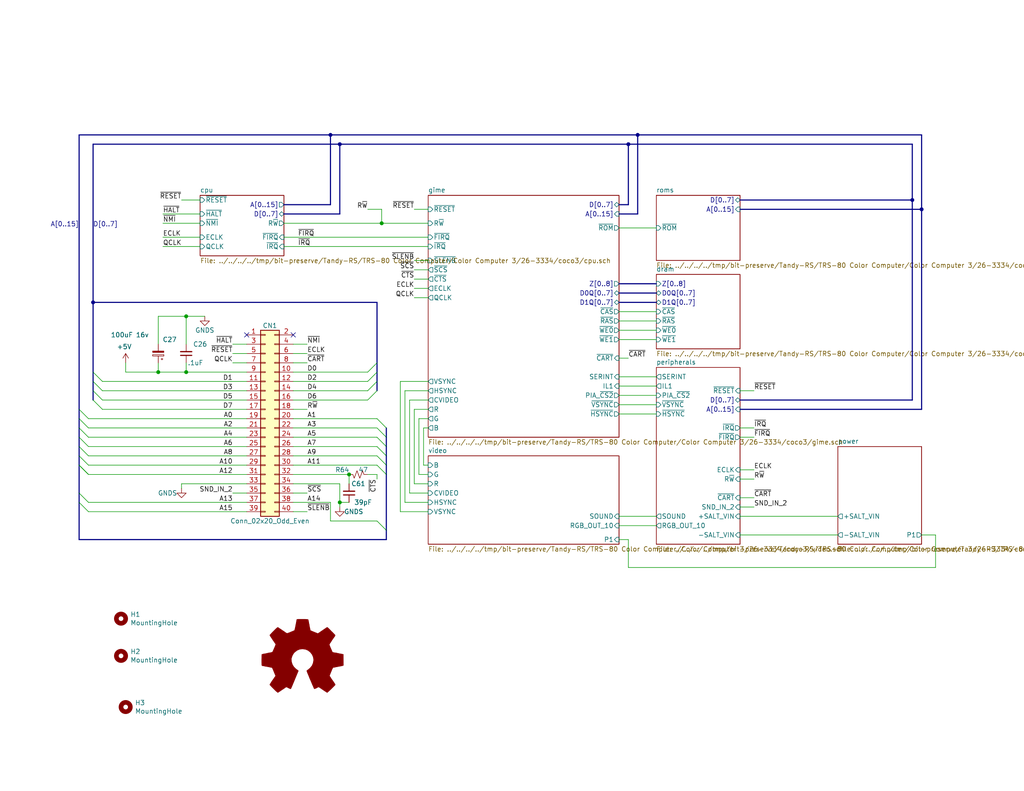
<source format=kicad_sch>
(kicad_sch (version 20230121) (generator eeschema)
  (paper "A")
  (title_block (title "TRS-80 Color Computer 3 (26-3334)") (date "2021-07-06") (rev "1.0.1") (company "Tandy Corporation") (comment 2 "& Color Computer 3 Revised Schematic (Ty Sopko).pdf") (comment 3 "Based on  Color Computer 3 Service Manual (Tandy).pdf") (comment 4 "Kicad schematic capture by Rocky Hill"))
  (lib_symbols
    (symbol "Connector_Generic:Conn_02x20_Odd_Even" (pin_names (offset 1.016) hide)
      (property "Reference" "J" (at 1.27 25.4 0))
      (property "Value" "Conn_02x20_Odd_Even" (at 1.27 -27.94 0))
      (symbol "Conn_02x20_Odd_Even_1_1"
        (rectangle (start -1.27 -25.273) (end 0 -25.527) (stroke (width 0.1524)))
        (rectangle (start -1.27 -22.733) (end 0 -22.987) (stroke (width 0.1524)))
        (rectangle (start -1.27 -20.193) (end 0 -20.447) (stroke (width 0.1524)))
        (rectangle (start -1.27 -17.653) (end 0 -17.907) (stroke (width 0.1524)))
        (rectangle (start -1.27 -15.113) (end 0 -15.367) (stroke (width 0.1524)))
        (rectangle (start -1.27 -12.573) (end 0 -12.827) (stroke (width 0.1524)))
        (rectangle (start -1.27 -10.033) (end 0 -10.287) (stroke (width 0.1524)))
        (rectangle (start -1.27 -7.493) (end 0 -7.747) (stroke (width 0.1524)))
        (rectangle (start -1.27 -4.953) (end 0 -5.207) (stroke (width 0.1524)))
        (rectangle (start -1.27 -2.413) (end 0 -2.667) (stroke (width 0.1524)))
        (rectangle (start -1.27 0.127) (end 0 -0.127) (stroke (width 0.1524)))
        (rectangle (start -1.27 2.667) (end 0 2.413) (stroke (width 0.1524)))
        (rectangle (start -1.27 5.207) (end 0 4.953) (stroke (width 0.1524)))
        (rectangle (start -1.27 7.747) (end 0 7.493) (stroke (width 0.1524)))
        (rectangle (start -1.27 10.287) (end 0 10.033) (stroke (width 0.1524)))
        (rectangle (start -1.27 12.827) (end 0 12.573) (stroke (width 0.1524)))
        (rectangle (start -1.27 15.367) (end 0 15.113) (stroke (width 0.1524)))
        (rectangle (start -1.27 17.907) (end 0 17.653) (stroke (width 0.1524)))
        (rectangle (start -1.27 20.447) (end 0 20.193) (stroke (width 0.1524)))
        (rectangle (start -1.27 22.987) (end 0 22.733) (stroke (width 0.1524)))
        (rectangle (start -1.27 24.13) (end 3.81 -26.67) (stroke (width 0.254)) (fill (type background)))
        (rectangle (start 3.81 -25.273) (end 2.54 -25.527) (stroke (width 0.1524)))
        (rectangle (start 3.81 -22.733) (end 2.54 -22.987) (stroke (width 0.1524)))
        (rectangle (start 3.81 -20.193) (end 2.54 -20.447) (stroke (width 0.1524)))
        (rectangle (start 3.81 -17.653) (end 2.54 -17.907) (stroke (width 0.1524)))
        (rectangle (start 3.81 -15.113) (end 2.54 -15.367) (stroke (width 0.1524)))
        (rectangle (start 3.81 -12.573) (end 2.54 -12.827) (stroke (width 0.1524)))
        (rectangle (start 3.81 -10.033) (end 2.54 -10.287) (stroke (width 0.1524)))
        (rectangle (start 3.81 -7.493) (end 2.54 -7.747) (stroke (width 0.1524)))
        (rectangle (start 3.81 -4.953) (end 2.54 -5.207) (stroke (width 0.1524)))
        (rectangle (start 3.81 -2.413) (end 2.54 -2.667) (stroke (width 0.1524)))
        (rectangle (start 3.81 0.127) (end 2.54 -0.127) (stroke (width 0.1524)))
        (rectangle (start 3.81 2.667) (end 2.54 2.413) (stroke (width 0.1524)))
        (rectangle (start 3.81 5.207) (end 2.54 4.953) (stroke (width 0.1524)))
        (rectangle (start 3.81 7.747) (end 2.54 7.493) (stroke (width 0.1524)))
        (rectangle (start 3.81 10.287) (end 2.54 10.033) (stroke (width 0.1524)))
        (rectangle (start 3.81 12.827) (end 2.54 12.573) (stroke (width 0.1524)))
        (rectangle (start 3.81 15.367) (end 2.54 15.113) (stroke (width 0.1524)))
        (rectangle (start 3.81 17.907) (end 2.54 17.653) (stroke (width 0.1524)))
        (rectangle (start 3.81 20.447) (end 2.54 20.193) (stroke (width 0.1524)))
        (rectangle (start 3.81 22.987) (end 2.54 22.733) (stroke (width 0.1524)))
        (pin passive line (at -5.08 22.86 0) (length 3.81) (name "Pin_1") (number "1"))
        (pin passive line (at 7.62 12.7 180) (length 3.81) (name "Pin_10") (number "10"))
        (pin passive line (at -5.08 10.16 0) (length 3.81) (name "Pin_11") (number "11"))
        (pin passive line (at 7.62 10.16 180) (length 3.81) (name "Pin_12") (number "12"))
        (pin passive line (at -5.08 7.62 0) (length 3.81) (name "Pin_13") (number "13"))
        (pin passive line (at 7.62 7.62 180) (length 3.81) (name "Pin_14") (number "14"))
        (pin passive line (at -5.08 5.08 0) (length 3.81) (name "Pin_15") (number "15"))
        (pin passive line (at 7.62 5.08 180) (length 3.81) (name "Pin_16") (number "16"))
        (pin passive line (at -5.08 2.54 0) (length 3.81) (name "Pin_17") (number "17"))
        (pin passive line (at 7.62 2.54 180) (length 3.81) (name "Pin_18") (number "18"))
        (pin passive line (at -5.08 0 0) (length 3.81) (name "Pin_19") (number "19"))
        (pin passive line (at 7.62 22.86 180) (length 3.81) (name "Pin_2") (number "2"))
        (pin passive line (at 7.62 0 180) (length 3.81) (name "Pin_20") (number "20"))
        (pin passive line (at -5.08 -2.54 0) (length 3.81) (name "Pin_21") (number "21"))
        (pin passive line (at 7.62 -2.54 180) (length 3.81) (name "Pin_22") (number "22"))
        (pin passive line (at -5.08 -5.08 0) (length 3.81) (name "Pin_23") (number "23"))
        (pin passive line (at 7.62 -5.08 180) (length 3.81) (name "Pin_24") (number "24"))
        (pin passive line (at -5.08 -7.62 0) (length 3.81) (name "Pin_25") (number "25"))
        (pin passive line (at 7.62 -7.62 180) (length 3.81) (name "Pin_26") (number "26"))
        (pin passive line (at -5.08 -10.16 0) (length 3.81) (name "Pin_27") (number "27"))
        (pin passive line (at 7.62 -10.16 180) (length 3.81) (name "Pin_28") (number "28"))
        (pin passive line (at -5.08 -12.7 0) (length 3.81) (name "Pin_29") (number "29"))
        (pin passive line (at -5.08 20.32 0) (length 3.81) (name "Pin_3") (number "3"))
        (pin passive line (at 7.62 -12.7 180) (length 3.81) (name "Pin_30") (number "30"))
        (pin passive line (at -5.08 -15.24 0) (length 3.81) (name "Pin_31") (number "31"))
        (pin passive line (at 7.62 -15.24 180) (length 3.81) (name "Pin_32") (number "32"))
        (pin passive line (at -5.08 -17.78 0) (length 3.81) (name "Pin_33") (number "33"))
        (pin passive line (at 7.62 -17.78 180) (length 3.81) (name "Pin_34") (number "34"))
        (pin passive line (at -5.08 -20.32 0) (length 3.81) (name "Pin_35") (number "35"))
        (pin passive line (at 7.62 -20.32 180) (length 3.81) (name "Pin_36") (number "36"))
        (pin passive line (at -5.08 -22.86 0) (length 3.81) (name "Pin_37") (number "37"))
        (pin passive line (at 7.62 -22.86 180) (length 3.81) (name "Pin_38") (number "38"))
        (pin passive line (at -5.08 -25.4 0) (length 3.81) (name "Pin_39") (number "39"))
        (pin passive line (at 7.62 20.32 180) (length 3.81) (name "Pin_4") (number "4"))
        (pin passive line (at 7.62 -25.4 180) (length 3.81) (name "Pin_40") (number "40"))
        (pin passive line (at -5.08 17.78 0) (length 3.81) (name "Pin_5") (number "5"))
        (pin passive line (at 7.62 17.78 180) (length 3.81) (name "Pin_6") (number "6"))
        (pin passive line (at -5.08 15.24 0) (length 3.81) (name "Pin_7") (number "7"))
        (pin passive line (at 7.62 15.24 180) (length 3.81) (name "Pin_8") (number "8"))
        (pin passive line (at -5.08 12.7 0) (length 3.81) (name "Pin_9") (number "9"))
      )
    )
    (symbol "Device:C_Small" (pin_numbers hide) (pin_names (offset 0.254) hide)
      (property "Reference" "C" (at 0.254 1.778 0))
      (property "Value" "C_Small" (at 0.254 -2.032 0))
      (symbol "C_Small_0_1"
        (polyline (pts (xy -1.524 -0.508) (xy 1.524 -0.508)) (stroke (width 0.3302)))
        (polyline (pts (xy -1.524 0.508) (xy 1.524 0.508)) (stroke (width 0.3048)))
      )
      (symbol "C_Small_1_1"
        (pin passive line (at 0 2.54 270) (length 2.032) (name "~") (number "1"))
        (pin passive line (at 0 -2.54 90) (length 2.032) (name "~") (number "2"))
      )
    )
    (symbol "Device:R_Small_US" (pin_numbers hide) (pin_names (offset 0.254) hide)
      (property "Reference" "R" (at 0.762 0.508 0))
      (property "Value" "R_Small_US" (at 0.762 -1.016 0))
      (symbol "R_Small_US_1_1"
        (polyline (pts (xy 0 0) (xy 1.016 -0.381) (xy 0 -0.762) (xy -1.016 -1.143) (xy 0 -1.524)))
        (polyline (pts (xy 0 1.524) (xy 1.016 1.143) (xy 0 0.762) (xy -1.016 0.381) (xy 0 0)))
        (pin passive line (at 0 2.54 270) (length 1.016) (name "~") (number "1"))
        (pin passive line (at 0 -2.54 90) (length 1.016) (name "~") (number "2"))
      )
    )
    (symbol "Graphic:Logo_Open_Hardware_Large" (in_bom no) (on_board no)
      (symbol "Logo_Open_Hardware_Large_1_1"
        (polyline (pts (xy 6.731 -8.7122) (xy 6.6294 -8.6614) (xy 6.35 -8.4836) (xy 5.9944 -8.255) (xy 5.5372 -7.9502) (xy 5.1054 -7.6454) (xy 4.7498 -7.4168) (xy 4.4958 -7.239) (xy 4.3942 -7.1882) (xy 4.318 -7.2136) (xy 4.1148 -7.3152) (xy 3.81 -7.4676) (xy 3.6322 -7.5692) (xy 3.3528 -7.6708) (xy 3.2258 -7.6962) (xy 3.2004 -7.6708) (xy 3.0988 -7.4676) (xy 2.9464 -7.0866) (xy 2.7178 -6.604) (xy 2.4892 -6.0452) (xy 2.2352 -5.4356) (xy 1.9558 -4.826) (xy 1.7272 -4.2164) (xy 1.4986 -3.683) (xy 1.3208 -3.2512) (xy 1.2192 -2.9464) (xy 1.1684 -2.8194) (xy 1.1938 -2.794) (xy 1.3208 -2.667) (xy 1.5748 -2.4892) (xy 2.0828 -2.0574) (xy 2.6162 -1.397) (xy 2.921 -0.6604) (xy 3.048 0.1524) (xy 2.9464 0.9144) (xy 2.6416 1.6256) (xy 2.1336 2.286) (xy 1.524 2.7686) (xy 0.8128 3.0734) (xy 0 3.175) (xy -0.762 3.0988) (xy -1.4986 2.794) (xy -2.159 2.286) (xy -2.4384 1.9812) (xy -2.8194 1.3208) (xy -3.048 0.6096) (xy -3.0734 0.4318) (xy -3.0226 -0.3556) (xy -2.794 -1.0922) (xy -2.3876 -1.7526) (xy -1.8288 -2.3114) (xy -1.7526 -2.3622) (xy -1.4732 -2.5654) (xy -1.2954 -2.6924) (xy -1.1684 -2.8194) (xy -2.159 -5.207) (xy -2.3114 -5.588) (xy -2.5908 -6.2484) (xy -2.8194 -6.8072) (xy -3.0226 -7.2644) (xy -3.1496 -7.5692) (xy -3.2258 -7.6708) (xy -3.2258 -7.6962) (xy -3.302 -7.6962) (xy -3.4798 -7.6454) (xy -3.8354 -7.4676) (xy -4.0386 -7.366) (xy -4.2926 -7.239) (xy -4.4196 -7.1882) (xy -4.5212 -7.239) (xy -4.7498 -7.3914) (xy -5.1054 -7.6454) (xy -5.5372 -7.9248) (xy -5.9436 -8.2042) (xy -6.3246 -8.4582) (xy -6.604 -8.636) (xy -6.731 -8.7122) (xy -6.7564 -8.7122) (xy -6.858 -8.636) (xy -7.0866 -8.4582) (xy -7.4168 -8.1534) (xy -7.874 -7.6962) (xy -7.9502 -7.62) (xy -8.3312 -7.239) (xy -8.636 -6.9088) (xy -8.8392 -6.6802) (xy -8.9154 -6.5786) (xy -8.9154 -6.5786) (xy -8.8392 -6.4516) (xy -8.6614 -6.1722) (xy -8.4328 -5.7912) (xy -8.128 -5.3594) (xy -7.3152 -4.191) (xy -7.7724 -3.0988) (xy -7.8994 -2.7686) (xy -8.0772 -2.3622) (xy -8.2042 -2.0828) (xy -8.255 -1.9558) (xy -8.382 -1.905) (xy -8.6614 -1.8542) (xy -9.0932 -1.7526) (xy -9.6266 -1.651) (xy -10.1092 -1.5748) (xy -10.541 -1.4732) (xy -10.8712 -1.4224) (xy -11.0236 -1.397) (xy -11.049 -1.3716) (xy -11.0744 -1.2954) (xy -11.0998 -1.143) (xy -11.0998 -0.889) (xy -11.1252 -0.4572) (xy -11.1252 0.1524) (xy -11.1252 0.2286) (xy -11.0998 0.8128) (xy -11.0998 1.27) (xy -11.0744 1.5494) (xy -11.0744 1.6764) (xy -11.0744 1.6764) (xy -10.922 1.7018) (xy -10.6172 1.778) (xy -10.16 1.8542) (xy -9.652 1.9558) (xy -9.6012 1.9812) (xy -9.0932 2.0828) (xy -8.636 2.159) (xy -8.3312 2.2352) (xy -8.2042 2.286) (xy -8.1788 2.3114) (xy -8.0772 2.5146) (xy -7.9248 2.8448) (xy -7.747 3.2512) (xy -7.5692 3.6576) (xy -7.4168 4.0386) (xy -7.3152 4.318) (xy -7.2898 4.445) (xy -7.2898 4.445) (xy -7.366 4.572) (xy -7.5438 4.826) (xy -7.7978 5.207) (xy -8.128 5.6642) (xy -8.128 5.6896) (xy -8.4328 6.1468) (xy -8.6868 6.5278) (xy -8.8392 6.7818) (xy -8.9154 6.9088) (xy -8.9154 6.9088) (xy -8.8138 7.0358) (xy -8.5852 7.2898) (xy -8.255 7.6454) (xy -7.874 8.0264) (xy -7.747 8.1534) (xy -7.3152 8.5852) (xy -7.0104 8.8646) (xy -6.8326 8.9916) (xy -6.731 9.0424) (xy -6.731 9.0424) (xy -6.604 8.9408) (xy -6.3246 8.763) (xy -5.9436 8.509) (xy -5.4864 8.2042) (xy -5.461 8.1788) (xy -5.0038 7.874) (xy -4.6482 7.62) (xy -4.3688 7.4422) (xy -4.2672 7.3914) (xy -4.2418 7.3914) (xy -4.064 7.4422) (xy -3.7338 7.5438) (xy -3.3528 7.6962) (xy -2.9464 7.874) (xy -2.5654 8.0264) (xy -2.286 8.1534) (xy -2.159 8.2296) (xy -2.159 8.2296) (xy -2.1082 8.382) (xy -2.032 8.7122) (xy -1.9304 9.1694) (xy -1.8288 9.7282) (xy -1.8034 9.8044) (xy -1.7018 10.3378) (xy -1.6256 10.7696) (xy -1.5748 11.0744) (xy -1.524 11.2014) (xy -1.4478 11.2268) (xy -1.1938 11.2522) (xy -0.8128 11.2522) (xy -0.3302 11.2522) (xy 0.1524 11.2522) (xy 0.6604 11.2522) (xy 1.0668 11.2268) (xy 1.3716 11.2014) (xy 1.4986 11.176) (xy 1.4986 11.176) (xy 1.5494 11.0236) (xy 1.6256 10.6934) (xy 1.7018 10.2108) (xy 1.8288 9.6774) (xy 1.8288 9.5758) (xy 1.9304 9.0424) (xy 2.032 8.6106) (xy 2.0828 8.3058) (xy 2.1336 8.2042) (xy 2.159 8.1788) (xy 2.3876 8.0772) (xy 2.7432 7.9248) (xy 3.175 7.747) (xy 4.191 7.3406) (xy 5.461 8.2042) (xy 5.5626 8.2804) (xy 6.0198 8.5852) (xy 6.3754 8.8392) (xy 6.6294 8.9916) (xy 6.7564 9.0424) (xy 6.7564 9.0424) (xy 6.8834 8.9408) (xy 7.1374 8.7122) (xy 7.4676 8.382) (xy 7.8486 7.9756) (xy 8.1534 7.6962) (xy 8.4836 7.3406) (xy 8.7122 7.112) (xy 8.8392 6.9596) (xy 8.8646 6.858) (xy 8.8646 6.8072) (xy 8.7884 6.6802) (xy 8.6106 6.4008) (xy 8.3312 6.0198) (xy 8.0264 5.588) (xy 7.7978 5.207) (xy 7.5184 4.8006) (xy 7.3406 4.4958) (xy 7.2898 4.3434) (xy 7.2898 4.2926) (xy 7.3914 4.0386) (xy 7.5184 3.683) (xy 7.7216 3.2258) (xy 8.1534 2.2352) (xy 8.7884 2.1082) (xy 9.1948 2.0574) (xy 9.7536 1.9304) (xy 10.2616 1.8288) (xy 11.0998 1.6764) (xy 11.1252 -1.3208) (xy 10.9982 -1.3716) (xy 10.8712 -1.397) (xy 10.5664 -1.4732) (xy 10.1346 -1.5494) (xy 9.6266 -1.651) (xy 9.1948 -1.7272) (xy 8.7376 -1.8288) (xy 8.4328 -1.8796) (xy 8.2804 -1.905) (xy 8.255 -1.9558) (xy 8.1534 -2.159) (xy 7.9756 -2.5146) (xy 7.8232 -2.921) (xy 7.6454 -3.3274) (xy 7.493 -3.7338) (xy 7.366 -4.0132) (xy 7.3406 -4.191) (xy 7.3914 -4.2926) (xy 7.5692 -4.5466) (xy 7.7978 -4.9276) (xy 8.1026 -5.3594) (xy 8.4074 -5.7912) (xy 8.6614 -6.1722) (xy 8.8138 -6.4262) (xy 8.89 -6.5532) (xy 8.8646 -6.6548) (xy 8.6868 -6.858) (xy 8.3566 -7.1882) (xy 7.874 -7.6708) (xy 7.7978 -7.747) (xy 7.3914 -8.128) (xy 7.0612 -8.4328) (xy 6.8326 -8.636) (xy 6.731 -8.7122)) (fill (type outline)))
      )
    )
    (symbol "Mechanical:MountingHole" (pin_names (offset 1.016))
      (property "Reference" "H" (at 0 5.08 0))
      (property "Value" "MountingHole" (at 0 3.175 0))
      (symbol "MountingHole_0_1"
        (circle (center 0 0) (radius 1.27) (stroke (width 1.27)))
      )
    )
    (symbol "coco3-rescue:CP_Small-Device" (pin_numbers hide) (pin_names (offset 0.254) hide)
      (property "Reference" "C" (at 0.254 1.778 0))
      (property "Value" "Device_CP_Small" (at 0.254 -2.032 0))
      (symbol "CP_Small-Device_0_1"
        (rectangle (start -1.524 -0.3048) (end 1.524 -0.6858) (fill (type outline)))
        (rectangle (start -1.524 0.6858) (end 1.524 0.3048))
        (polyline (pts (xy -1.27 1.524) (xy -0.762 1.524)))
        (polyline (pts (xy -1.016 1.27) (xy -1.016 1.778)))
      )
      (symbol "CP_Small-Device_1_1"
        (pin passive line (at 0 2.54 270) (length 1.8542) (name "~") (number "1"))
        (pin passive line (at 0 -2.54 90) (length 1.8542) (name "~") (number "2"))
      )
    )
    (symbol "power:+5V" (power) (pin_names (offset 0))
      (property "Value" "+5V" (at 0 3.556 0))
      (symbol "+5V_0_1"
        (polyline (pts (xy -0.762 1.27) (xy 0 2.54)))
        (polyline (pts (xy 0 0) (xy 0 2.54)))
        (polyline (pts (xy 0 2.54) (xy 0.762 1.27)))
      )
      (symbol "+5V_1_1"
        (pin power_in line (at 0 0 90) (length 0) hide (name "+5V") (number "1"))
      )
    )
    (symbol "power:GNDS" (power) (pin_names (offset 0))
      (property "Value" "GNDS" (at 0 -3.81 0))
      (symbol "GNDS_0_1"
        (polyline (pts (xy 0 0) (xy 0 -1.27) (xy 1.27 -1.27) (xy 0 -2.54) (xy -1.27 -1.27) (xy 0 -1.27)))
      )
      (symbol "GNDS_1_1"
        (pin power_in line (at 0 0 270) (length 0) hide (name "GNDS") (number "1"))
      )
    )
  )
  (junction (at 251.46 57.15))
  (junction (at 95.25 129.54))
  (junction (at 104.14 60.96))
  (junction (at 171.45 39.37))
  (junction (at 248.92 54.61))
  (junction (at 50.8 101.6))
  (junction (at 43.18 101.6))
  (junction (at 92.71 39.37))
  (junction (at 92.71 137.16))
  (junction (at 50.8 86.36))
  (junction (at 25.4 82.55))
  (junction (at 173.99 36.83))
  (junction (at 90.17 36.83))
  (no_connect (at 80.01 91.44))
  (no_connect (at 67.31 91.44))
  (bus_entry (at 21.59 127) (size 2.54 2.54))
  (bus_entry (at 100.33 106.68) (size 2.54 -2.54))
  (bus_entry (at 102.87 114.3) (size 2.54 2.54))
  (bus_entry (at 21.59 127) (size 2.54 2.54))
  (bus_entry (at 100.33 109.22) (size 2.54 -2.54))
  (bus_entry (at 100.33 101.6) (size 2.54 -2.54))
  (bus_entry (at 21.59 114.3) (size 2.54 2.54))
  (bus_entry (at 102.87 127) (size 2.54 2.54))
  (bus_entry (at 102.87 119.38) (size 2.54 2.54))
  (bus_entry (at 102.87 116.84) (size 2.54 2.54))
  (bus_entry (at 27.94 111.76) (size -2.54 -2.54))
  (bus_entry (at 27.94 109.22) (size -2.54 -2.54))
  (bus_entry (at 21.59 134.62) (size 2.54 2.54))
  (bus_entry (at 21.59 121.92) (size 2.54 2.54))
  (bus_entry (at 100.33 104.14) (size 2.54 -2.54))
  (bus_entry (at 102.87 142.24) (size 2.54 2.54))
  (bus_entry (at 21.59 111.76) (size 2.54 2.54))
  (bus_entry (at 27.94 106.68) (size -2.54 -2.54))
  (bus_entry (at 27.94 104.14) (size -2.54 -2.54))
  (bus_entry (at 21.59 137.16) (size 2.54 2.54))
  (bus_entry (at 21.59 116.84) (size 2.54 2.54))
  (bus_entry (at 21.59 124.46) (size 2.54 2.54))
  (bus_entry (at 21.59 119.38) (size 2.54 2.54))
  (bus_entry (at 102.87 121.92) (size 2.54 2.54))
  (bus_entry (at 102.87 124.46) (size 2.54 2.54))
  (wire (pts (xy 80.01 109.22) (xy 100.33 109.22)))
  (wire (pts (xy 171.45 147.32) (xy 168.91 147.32)))
  (wire (pts (xy 92.71 137.16) (xy 92.71 138.43)))
  (wire (pts (xy 255.27 146.05) (xy 255.27 154.94)))
  (bus (pts (xy 102.87 82.55) (xy 102.87 99.06)))
  (wire (pts (xy 44.45 60.96) (xy 54.61 60.96)))
  (wire (pts (xy 80.01 101.6) (xy 100.33 101.6)))
  (wire (pts (xy 179.07 140.97) (xy 168.91 140.97)))
  (wire (pts (xy 179.07 107.95) (xy 168.91 107.95)))
  (bus (pts (xy 102.87 104.14) (xy 102.87 106.68)))
  (wire (pts (xy 179.07 87.63) (xy 168.91 87.63)))
  (wire (pts (xy 80.01 132.08) (xy 92.71 132.08)))
  (bus (pts (xy 173.99 58.42) (xy 173.99 36.83)))
  (bus (pts (xy 105.41 116.84) (xy 105.41 119.38)))
  (bus (pts (xy 21.59 36.83) (xy 90.17 36.83)))
  (wire (pts (xy 251.46 146.05) (xy 255.27 146.05)))
  (wire (pts (xy 49.53 132.08) (xy 67.31 132.08)))
  (wire (pts (xy 44.45 67.31) (xy 54.61 67.31)))
  (wire (pts (xy 102.87 129.54) (xy 102.87 130.81)))
  (wire (pts (xy 80.01 129.54) (xy 95.25 129.54)))
  (bus (pts (xy 25.4 82.55) (xy 25.4 101.6)))
  (wire (pts (xy 34.29 101.6) (xy 43.18 101.6)))
  (wire (pts (xy 113.03 76.2) (xy 116.84 76.2)))
  (wire (pts (xy 179.07 113.03) (xy 168.91 113.03)))
  (wire (pts (xy 24.13 129.54) (xy 67.31 129.54)))
  (wire (pts (xy 27.94 111.76) (xy 67.31 111.76)))
  (wire (pts (xy 205.74 138.43) (xy 201.93 138.43)))
  (wire (pts (xy 24.13 114.3) (xy 67.31 114.3)))
  (wire (pts (xy 83.82 111.76) (xy 80.01 111.76)))
  (wire (pts (xy 113.03 111.76) (xy 113.03 132.08)))
  (wire (pts (xy 77.47 64.77) (xy 116.84 64.77)))
  (bus (pts (xy 21.59 116.84) (xy 21.59 119.38)))
  (wire (pts (xy 116.84 81.28) (xy 113.03 81.28)))
  (wire (pts (xy 168.91 62.23) (xy 179.07 62.23)))
  (wire (pts (xy 205.74 135.89) (xy 201.93 135.89)))
  (wire (pts (xy 54.61 58.42) (xy 44.45 58.42)))
  (wire (pts (xy 67.31 99.06) (xy 63.5 99.06)))
  (bus (pts (xy 90.17 36.83) (xy 173.99 36.83)))
  (wire (pts (xy 50.8 86.36) (xy 50.8 93.98)))
  (bus (pts (xy 77.47 55.88) (xy 90.17 55.88)))
  (wire (pts (xy 116.84 71.12) (xy 113.03 71.12)))
  (bus (pts (xy 168.91 77.47) (xy 179.07 77.47)))
  (wire (pts (xy 116.84 116.84) (xy 115.57 116.84)))
  (wire (pts (xy 80.01 134.62) (xy 83.82 134.62)))
  (wire (pts (xy 201.93 106.68) (xy 205.74 106.68)))
  (wire (pts (xy 67.31 127) (xy 24.13 127)))
  (bus (pts (xy 251.46 57.15) (xy 251.46 111.76)))
  (wire (pts (xy 111.76 134.62) (xy 116.84 134.62)))
  (bus (pts (xy 21.59 137.16) (xy 21.59 147.32)))
  (bus (pts (xy 21.59 134.62) (xy 21.59 137.16)))
  (wire (pts (xy 168.91 110.49) (xy 179.07 110.49)))
  (wire (pts (xy 201.93 140.97) (xy 228.6 140.97)))
  (wire (pts (xy 77.47 67.31) (xy 116.84 67.31)))
  (wire (pts (xy 171.45 97.79) (xy 168.91 97.79)))
  (wire (pts (xy 115.57 127) (xy 116.84 127)))
  (bus (pts (xy 168.91 58.42) (xy 173.99 58.42)))
  (wire (pts (xy 67.31 121.92) (xy 24.13 121.92)))
  (wire (pts (xy 116.84 109.22) (xy 111.76 109.22)))
  (bus (pts (xy 201.93 54.61) (xy 248.92 54.61)))
  (wire (pts (xy 77.47 60.96) (xy 104.14 60.96)))
  (wire (pts (xy 102.87 124.46) (xy 80.01 124.46)))
  (wire (pts (xy 54.61 64.77) (xy 44.45 64.77)))
  (wire (pts (xy 67.31 93.98) (xy 63.5 93.98)))
  (wire (pts (xy 27.94 104.14) (xy 67.31 104.14)))
  (wire (pts (xy 34.29 101.6) (xy 34.29 99.06)))
  (bus (pts (xy 21.59 124.46) (xy 21.59 127)))
  (wire (pts (xy 104.14 60.96) (xy 116.84 60.96)))
  (wire (pts (xy 111.76 109.22) (xy 111.76 134.62)))
  (bus (pts (xy 21.59 36.83) (xy 21.59 111.76)))
  (wire (pts (xy 110.49 106.68) (xy 110.49 137.16)))
  (wire (pts (xy 80.01 139.7) (xy 83.82 139.7)))
  (wire (pts (xy 80.01 99.06) (xy 83.82 99.06)))
  (wire (pts (xy 179.07 92.71) (xy 168.91 92.71)))
  (bus (pts (xy 92.71 39.37) (xy 171.45 39.37)))
  (bus (pts (xy 171.45 39.37) (xy 248.92 39.37)))
  (wire (pts (xy 27.94 109.22) (xy 67.31 109.22)))
  (bus (pts (xy 21.59 114.3) (xy 21.59 116.84)))
  (wire (pts (xy 115.57 116.84) (xy 115.57 127)))
  (wire (pts (xy 116.84 57.15) (xy 113.03 57.15)))
  (wire (pts (xy 201.93 128.27) (xy 205.74 128.27)))
  (wire (pts (xy 43.18 101.6) (xy 50.8 101.6)))
  (bus (pts (xy 21.59 111.76) (xy 21.59 114.3)))
  (wire (pts (xy 116.84 73.66) (xy 113.03 73.66)))
  (bus (pts (xy 168.91 55.88) (xy 171.45 55.88)))
  (bus (pts (xy 105.41 121.92) (xy 105.41 124.46)))
  (bus (pts (xy 25.4 101.6) (xy 25.4 104.14)))
  (wire (pts (xy 80.01 96.52) (xy 83.82 96.52)))
  (bus (pts (xy 248.92 39.37) (xy 248.92 54.61)))
  (bus (pts (xy 179.07 82.55) (xy 168.91 82.55)))
  (wire (pts (xy 95.25 137.16) (xy 92.71 137.16)))
  (bus (pts (xy 201.93 111.76) (xy 251.46 111.76)))
  (wire (pts (xy 116.84 111.76) (xy 113.03 111.76)))
  (wire (pts (xy 43.18 99.06) (xy 43.18 101.6)))
  (wire (pts (xy 100.33 57.15) (xy 104.14 57.15)))
  (bus (pts (xy 102.87 82.55) (xy 25.4 82.55)))
  (bus (pts (xy 105.41 124.46) (xy 105.41 127)))
  (bus (pts (xy 25.4 39.37) (xy 25.4 82.55)))
  (wire (pts (xy 80.01 106.68) (xy 100.33 106.68)))
  (wire (pts (xy 179.07 102.87) (xy 168.91 102.87)))
  (wire (pts (xy 109.22 139.7) (xy 116.84 139.7)))
  (wire (pts (xy 113.03 132.08) (xy 116.84 132.08)))
  (wire (pts (xy 109.22 104.14) (xy 109.22 139.7)))
  (bus (pts (xy 92.71 39.37) (xy 92.71 58.42)))
  (bus (pts (xy 168.91 80.01) (xy 179.07 80.01)))
  (wire (pts (xy 92.71 132.08) (xy 92.71 137.16)))
  (bus (pts (xy 173.99 36.83) (xy 251.46 36.83)))
  (bus (pts (xy 248.92 54.61) (xy 248.92 109.22)))
  (wire (pts (xy 27.94 106.68) (xy 67.31 106.68)))
  (bus (pts (xy 105.41 119.38) (xy 105.41 121.92)))
  (wire (pts (xy 179.07 105.41) (xy 168.91 105.41)))
  (wire (pts (xy 50.8 101.6) (xy 67.31 101.6)))
  (wire (pts (xy 90.17 142.24) (xy 102.87 142.24)))
  (bus (pts (xy 21.59 127) (xy 21.59 134.62)))
  (wire (pts (xy 179.07 143.51) (xy 168.91 143.51)))
  (wire (pts (xy 104.14 57.15) (xy 104.14 60.96)))
  (bus (pts (xy 201.93 57.15) (xy 251.46 57.15)))
  (wire (pts (xy 102.87 114.3) (xy 80.01 114.3)))
  (wire (pts (xy 80.01 93.98) (xy 83.82 93.98)))
  (bus (pts (xy 201.93 109.22) (xy 248.92 109.22)))
  (wire (pts (xy 114.3 129.54) (xy 116.84 129.54)))
  (wire (pts (xy 116.84 104.14) (xy 109.22 104.14)))
  (bus (pts (xy 25.4 39.37) (xy 92.71 39.37)))
  (wire (pts (xy 24.13 119.38) (xy 67.31 119.38)))
  (wire (pts (xy 201.93 116.84) (xy 205.74 116.84)))
  (wire (pts (xy 49.53 132.08) (xy 49.53 133.35)))
  (wire (pts (xy 168.91 90.17) (xy 179.07 90.17)))
  (bus (pts (xy 21.59 119.38) (xy 21.59 121.92)))
  (wire (pts (xy 43.18 86.36) (xy 43.18 93.98)))
  (wire (pts (xy 67.31 116.84) (xy 24.13 116.84)))
  (wire (pts (xy 110.49 137.16) (xy 116.84 137.16)))
  (wire (pts (xy 205.74 119.38) (xy 201.93 119.38)))
  (wire (pts (xy 67.31 96.52) (xy 63.5 96.52)))
  (wire (pts (xy 100.33 129.54) (xy 102.87 129.54)))
  (bus (pts (xy 251.46 36.83) (xy 251.46 57.15)))
  (wire (pts (xy 80.01 104.14) (xy 100.33 104.14)))
  (bus (pts (xy 90.17 36.83) (xy 90.17 55.88)))
  (wire (pts (xy 24.13 139.7) (xy 67.31 139.7)))
  (wire (pts (xy 255.27 154.94) (xy 171.45 154.94)))
  (bus (pts (xy 25.4 106.68) (xy 25.4 109.22)))
  (wire (pts (xy 102.87 119.38) (xy 80.01 119.38)))
  (wire (pts (xy 50.8 86.36) (xy 43.18 86.36)))
  (wire (pts (xy 116.84 78.74) (xy 113.03 78.74)))
  (wire (pts (xy 205.74 130.81) (xy 201.93 130.81)))
  (wire (pts (xy 50.8 99.06) (xy 50.8 101.6)))
  (wire (pts (xy 80.01 116.84) (xy 102.87 116.84)))
  (wire (pts (xy 95.25 129.54) (xy 95.25 132.08)))
  (wire (pts (xy 228.6 146.05) (xy 201.93 146.05)))
  (wire (pts (xy 80.01 137.16) (xy 90.17 137.16)))
  (wire (pts (xy 114.3 114.3) (xy 114.3 129.54)))
  (wire (pts (xy 168.91 85.09) (xy 179.07 85.09)))
  (wire (pts (xy 90.17 137.16) (xy 90.17 142.24)))
  (bus (pts (xy 102.87 99.06) (xy 102.87 101.6)))
  (bus (pts (xy 105.41 127) (xy 105.41 129.54)))
  (wire (pts (xy 80.01 121.92) (xy 102.87 121.92)))
  (wire (pts (xy 24.13 124.46) (xy 67.31 124.46)))
  (wire (pts (xy 171.45 154.94) (xy 171.45 147.32)))
  (wire (pts (xy 116.84 114.3) (xy 114.3 114.3)))
  (wire (pts (xy 67.31 134.62) (xy 63.5 134.62)))
  (bus (pts (xy 102.87 101.6) (xy 102.87 104.14)))
  (wire (pts (xy 67.31 137.16) (xy 24.13 137.16)))
  (bus (pts (xy 105.41 144.78) (xy 105.41 147.32)))
  (bus (pts (xy 171.45 55.88) (xy 171.45 39.37)))
  (wire (pts (xy 55.88 86.36) (xy 50.8 86.36)))
  (bus (pts (xy 105.41 129.54) (xy 105.41 144.78)))
  (bus (pts (xy 25.4 104.14) (xy 25.4 106.68)))
  (wire (pts (xy 80.01 127) (xy 102.87 127)))
  (wire (pts (xy 116.84 106.68) (xy 110.49 106.68)))
  (bus (pts (xy 77.47 58.42) (xy 92.71 58.42)))
  (bus (pts (xy 21.59 121.92) (xy 21.59 124.46)))
  (bus (pts (xy 21.59 147.32) (xy 105.41 147.32)))
  (wire (pts (xy 54.61 54.61) (xy 49.53 54.61)))
  (label "D5" (at 63.5 109.22 180))
  (label "A[0..15]" (at 21.59 62.23 180))
  (label "QCLK" (at 113.03 81.28 180))
  (label "D[0..7]" (at 25.4 62.23 0))
  (label "A4" (at 63.5 119.38 180))
  (label "A13" (at 63.5 137.16 180))
  (label "~{RESET}" (at 205.74 106.68 0))
  (label "A2" (at 63.5 116.84 180))
  (label "SND_IN_2" (at 63.5 134.62 180))
  (label "QCLK" (at 63.5 99.06 180))
  (label "A0" (at 63.5 114.3 180))
  (label "~{NMI}" (at 83.82 93.98 0))
  (label "R~{W}" (at 205.74 130.81 0))
  (label "~{RESET}" (at 63.5 96.52 180))
  (label "A12" (at 63.5 129.54 180))
  (label "D1" (at 63.5 104.14 180))
  (label "R~{W}" (at 83.82 111.76 0))
  (label "ECLK" (at 113.03 78.74 180))
  (label "D6" (at 83.82 109.22 0))
  (label "~{RESET}" (at 113.03 57.15 180))
  (label "A5" (at 83.82 119.38 0))
  (label "~{IRQ}" (at 205.74 116.84 0))
  (label "~{HALT}" (at 44.45 58.42 0))
  (label "A1" (at 83.82 114.3 0))
  (label "A15" (at 63.5 139.7 180))
  (label "~{RESET}" (at 49.53 54.61 180))
  (label "~{IRQ}" (at 81.28 67.31 0))
  (label "A14" (at 83.82 137.16 0))
  (label "~{SCS}" (at 113.03 73.66 180))
  (label "A7" (at 83.82 121.92 0))
  (label "~{SCS}" (at 83.82 134.62 0))
  (label "~{FIRQ}" (at 81.28 64.77 0))
  (label "SND_IN_2" (at 205.74 138.43 0))
  (label "QCLK" (at 44.45 67.31 0))
  (label "ECLK" (at 44.45 64.77 0))
  (label "~{SLENB}" (at 83.82 139.7 0))
  (label "A11" (at 83.82 127 0))
  (label "ECLK" (at 83.82 96.52 0))
  (label "A8" (at 63.5 124.46 180))
  (label "~{CART}" (at 171.45 97.79 0))
  (label "~{SLENB}" (at 113.03 71.12 180))
  (label "A9" (at 83.82 124.46 0))
  (label "D4" (at 83.82 106.68 0))
  (label "~{CART}" (at 83.82 99.06 0))
  (label "~{CART}" (at 205.74 135.89 0))
  (label "~{HALT}" (at 63.5 93.98 180))
  (label "D0" (at 83.82 101.6 0))
  (label "A3" (at 83.82 116.84 0))
  (label "D2" (at 83.82 104.14 0))
  (label "R~{W}" (at 100.33 57.15 180))
  (label "~{CTS}" (at 102.87 130.81 270))
  (label "A6" (at 63.5 121.92 180))
  (label "~{CTS}" (at 113.03 76.2 180))
  (label "D7" (at 63.5 111.76 180))
  (label "ECLK" (at 205.74 128.27 0))
  (label "~{NMI}" (at 44.45 60.96 0))
  (label "D3" (at 63.5 106.68 180))
  (label "~{FIRQ}" (at 205.74 119.38 0))
  (label "A10" (at 63.5 127 180))
  (symbol (lib_id "Graphic:Logo_Open_Hardware_Large") (at 82.55 180.34 0) (unit 1)
    (property "Reference" "#LOGO1001" (effects hide))
    (property "Value" "Logo_Open_Hardware_Large" (effects hide))
  )
  (symbol (lib_id "Connector_Generic:Conn_02x20_Odd_Even") (at 72.39 114.3 0) (unit 1)
    (property "Reference" "CN1" (at 73.66 88.9 0))
    (property "Value" "Conn_02x20_Odd_Even" (at 73.66 142.24 0))
    (property "Footprint" "coco2:EBC20DRAS" (effects hide))
    (property "Datasheet" "https://s3.amazonaws.com/catalogspreads-pdf/PAGE50-51%20.100%20LP%20DS%20EYE%20RA.pdf" (effects hide))
    (property "Vendor" "digikey" (effects hide))
    (property "Vendor part#" "S9672-ND" (effects hide))
    (property "Manufacturer part#" "EBC20DRAS" (effects hide))
  )
  (symbol (lib_id "power:+5V") (at 34.29 99.06 0) (mirror y) (unit 1)
    (property "Reference" "#PWR01003" (effects hide))
    (property "Value" "+5V" (at 33.909 94.6658 0))
  )
  (symbol (lib_id "Device:C_Small") (at 50.8 96.52 180) (unit 1)
    (property "Reference" "C26" (at 54.61 93.98 0))
    (property "Value" ".1uF" (at 53.34 99.06 0))
    (property "Footprint" "Capacitor_THT:C_Disc_D4.7mm_W2.5mm_P5.00mm" (effects hide))
    (property "Datasheet" " https://product.tdk.com/info/en/catalog/datasheets/leadmlcc_halogenfree_fg_en.pdf?ref_disty=digikey" (effects hide))
    (property "Vendor" "digikey" (effects hide))
    (property "Vendor part#" "445-173474-1-ND" (effects hide))
    (property "Manufacturer part#" "FG28C0G1H103JNT06" (effects hide))
  )
  (symbol (lib_id "power:GNDS") (at 49.53 133.35 0) (unit 1)
    (property "Reference" "#PWR01004" (effects hide))
    (property "Value" "GNDS" (at 45.72 134.62 0))
  )
  (symbol (lib_id "power:GNDS") (at 92.71 138.43 0) (mirror y) (unit 1)
    (property "Reference" "#PWR01005" (effects hide))
    (property "Value" "GNDS" (at 96.52 139.7 0))
  )
  (symbol (lib_id "power:GNDS") (at 55.88 86.36 0) (unit 1)
    (property "Reference" "#PWR01001" (effects hide))
    (property "Value" "GNDS" (at 55.88 90.17 0))
  )
  (symbol (lib_id "Mechanical:MountingHole") (at 34.29 193.04 0) (unit 1)
    (property "Reference" "H3" (at 36.83 191.8716 0) (effects (justify left)))
    (property "Value" "MountingHole" (at 36.83 194.183 0) (effects (justify left)))
    (property "Footprint" "coco2:coco3_outline_and_layout" (effects hide))
  )
  (symbol (lib_id "Mechanical:MountingHole") (at 33.02 168.91 0) (unit 1)
    (property "Reference" "H1" (at 35.56 167.7416 0) (effects (justify left)))
    (property "Value" "MountingHole" (at 35.56 170.053 0) (effects (justify left)))
    (property "Footprint" "MountingHole:MountingHole_3.5mm" (effects hide))
  )
  (symbol (lib_id "Mechanical:MountingHole") (at 33.02 179.07 0) (unit 1)
    (property "Reference" "H2" (at 35.56 177.9016 0) (effects (justify left)))
    (property "Value" "MountingHole" (at 35.56 180.213 0) (effects (justify left)))
    (property "Footprint" "MountingHole:MountingHole_3.5mm" (effects hide))
  )
  (symbol (lib_id "coco3-rescue:CP_Small-Device") (at 43.18 96.52 180) (unit 1)
    (property "Reference" "C27" (at 48.26 92.71 0) (effects (justify left)))
    (property "Value" "100uF 16v" (at 40.64 91.44 0) (effects (justify left)))
    (property "Footprint" "Capacitor_THT:CP_Radial_D8.0mm_P5.00mm" (effects hide))
    (property "Datasheet" "http://nichicon-us.com/english/products/pdfs/e-uvz.pdf" (effects hide))
    (property "Vendor" "digikey" (effects hide))
    (property "Vendor part#" "493-17434-1-ND" (effects hide))
    (property "Manufacturer part#" "UST1C101MDD1TA" (effects hide))
  )
  (symbol (lib_id "Device:C_Small") (at 95.25 134.62 0) (mirror x) (unit 1)
    (property "Reference" "C61" (at 97.79 132.08 0))
    (property "Value" "39pF" (at 99.06 137.16 0))
    (property "Footprint" "Capacitor_THT:C_Disc_D4.7mm_W2.5mm_P5.00mm" (effects hide))
    (property "Datasheet" " https://www.vishay.com/docs/45171/kseries.pdf" (effects hide))
    (property "Vendor" "digikey" (effects hide))
    (property "Vendor part#" "BC1008CT-ND" (effects hide))
    (property "Manufacturer part#" "K390J15C0GF5TL2" (effects hide))
  )
  (symbol (lib_id "Device:R_Small_US") (at 97.79 129.54 270) (mirror x) (unit 1)
    (property "Reference" "R64" (at 91.44 128.27 90) (effects (justify left)))
    (property "Value" "47" (at 97.79 128.27 90) (effects (justify left)))
    (property "Footprint" "Resistor_THT:R_Axial_DIN0207_L6.3mm_D2.5mm_P10.16mm_Horizontal" (effects hide))
    (property "Datasheet" "https://www.seielect.com/catalog/sei-cf_cfm.pdf" (effects hide))
    (property "Vendor" "digikey" (effects hide))
    (property "Vendor part#" "CF14JT47R0CT-ND" (effects hide))
    (property "Manufacturer part#" "CF14JT47R0" (effects hide))
  )
  (sheet (at 54.61 53.34) (size 22.86 16.51)
    (property "Sheetname" "cpu" (at 54.61 52.6284 0) (effects (justify left bottom)))
    (property "Sheetfile" "../../../../tmp/bit-preserve/Tandy-RS/TRS-80 Color Computer/Color Computer 3/26-3334/coco3/cpu.sch" (at 54.61 70.4346 0) (effects (justify left top)))
    (pin "~{NMI}" input (at 54.61 60.96 180))
    (pin "~{IRQ}" input (at 77.47 67.31 0))
    (pin "~{FIRQ}" input (at 77.47 64.77 0))
    (pin "~{HALT}" input (at 54.61 58.42 180))
    (pin "R~{W}" output (at 77.47 60.96 0))
    (pin "~{RESET}" input (at 54.61 54.61 180))
    (pin "A[0..15]" output (at 77.47 55.88 0))
    (pin "D[0..7]" bidirectional (at 77.47 58.42 0))
    (pin "ECLK" input (at 54.61 64.77 180))
    (pin "QCLK" input (at 54.61 67.31 180))
  )
  (sheet (at 228.6 121.92) (size 22.86 26.67)
    (property "Sheetname" "power" (at 228.6 121.2084 0) (effects (justify left bottom)))
    (property "Sheetfile" "../../../../tmp/bit-preserve/Tandy-RS/TRS-80 Color Computer/Color Computer 3/26-3334/coco3/power.sch" (at 228.6 149.1746 0) (effects (justify left top)))
    (pin "-SALT_VIN" output (at 228.6 146.05 180))
    (pin "+SALT_VIN" output (at 228.6 140.97 180))
    (pin "P1" output (at 251.46 146.05 0))
  )
  (sheet (at 179.07 53.34) (size 22.86 17.78)
    (property "Sheetname" "roms" (at 179.07 52.6284 0) (effects (justify left bottom)))
    (property "Sheetfile" "../../../../tmp/bit-preserve/Tandy-RS/TRS-80 Color Computer/Color Computer 3/26-3334/coco3/roms.sch" (at 179.07 71.7046 0) (effects (justify left top)))
    (pin "D[0..7]" bidirectional (at 201.93 54.61 0))
    (pin "~{ROM}" input (at 179.07 62.23 180))
    (pin "A[0..15]" input (at 201.93 57.15 0))
  )
  (sheet (at 179.07 100.33) (size 22.86 48.26)
    (property "Sheetname" "peripherals" (at 179.07 99.6184 0) (effects (justify left bottom)))
    (property "Sheetfile" "../../../../tmp/bit-preserve/Tandy-RS/TRS-80 Color Computer/Color Computer 3/26-3334/coco3/peripherals.sch" (at 179.07 149.1746 0) (effects (justify left top)))
    (pin "-SALT_VIN" input (at 201.93 146.05 0))
    (pin "+SALT_VIN" input (at 201.93 140.97 0))
    (pin "D[0..7]" bidirectional (at 201.93 109.22 0))
    (pin "R~{W}" input (at 201.93 130.81 0))
    (pin "~{IRQ}" output (at 201.93 116.84 0))
    (pin "~{RESET}" input (at 201.93 106.68 0))
    (pin "A[0..15]" input (at 201.93 111.76 0))
    (pin "~{CART}" input (at 201.93 135.89 0))
    (pin "~{FIRQ}" output (at 201.93 119.38 0))
    (pin "SERINT" output (at 179.07 102.87 180))
    (pin "RGB_OUT_10" output (at 179.07 143.51 180))
    (pin "PIA_~{CS2}" input (at 179.07 107.95 180))
    (pin "ECLK" input (at 201.93 128.27 0))
    (pin "IL1" output (at 179.07 105.41 180))
    (pin "SND_IN_2" input (at 201.93 138.43 0))
    (pin "~{VSYNC}" input (at 179.07 110.49 180))
    (pin "~{HSYNC}" input (at 179.07 113.03 180))
    (pin "SOUND" output (at 179.07 140.97 180))
  )
  (sheet (at 179.07 74.93) (size 22.86 20.32)
    (property "Sheetname" "dram" (at 179.07 74.2184 0) (effects (justify left bottom)))
    (property "Sheetfile" "../../../../tmp/bit-preserve/Tandy-RS/TRS-80 Color Computer/Color Computer 3/26-3334/coco3/dram.sch" (at 179.07 95.8346 0) (effects (justify left top)))
    (pin "~{RAS}" input (at 179.07 87.63 180))
    (pin "~{CAS}" input (at 179.07 85.09 180))
    (pin "~{WE0}" input (at 179.07 90.17 180))
    (pin "~{WE1}" input (at 179.07 92.71 180))
    (pin "Z[0..8]" input (at 179.07 77.47 180))
    (pin "D0Q[0..7]" bidirectional (at 179.07 80.01 180))
    (pin "D1Q[0..7]" bidirectional (at 179.07 82.55 180))
  )
  (sheet (at 116.84 53.34) (size 52.07 66.04)
    (property "Sheetname" "gime" (at 116.84 52.6284 0) (effects (justify left bottom)))
    (property "Sheetfile" "../../../../tmp/bit-preserve/Tandy-RS/TRS-80 Color Computer/Color Computer 3/26-3334/coco3/gime.sch" (at 116.84 119.9646 0) (effects (justify left top)))
    (pin "~{RESET}" input (at 116.84 57.15 180))
    (pin "R~{W}" input (at 116.84 60.96 180))
    (pin "D0Q[0..7]" bidirectional (at 168.91 80.01 0))
    (pin "D1Q[0..7]" bidirectional (at 168.91 82.55 0))
    (pin "Z[0..8]" output (at 168.91 77.47 0))
    (pin "D[0..7]" bidirectional (at 168.91 55.88 0))
    (pin "A[0..15]" input (at 168.91 58.42 0))
    (pin "R" output (at 116.84 111.76 180))
    (pin "G" output (at 116.84 114.3 180))
    (pin "B" output (at 116.84 116.84 180))
    (pin "CVIDEO" output (at 116.84 109.22 180))
    (pin "SERINT" input (at 168.91 102.87 0))
    (pin "IL1" input (at 168.91 105.41 0))
    (pin "~{CART}" input (at 168.91 97.79 0))
    (pin "~{SLENB}" input (at 116.84 71.12 180))
    (pin "~{SCS}" output (at 116.84 73.66 180))
    (pin "~{CTS}" output (at 116.84 76.2 180))
    (pin "~{ROM}" output (at 168.91 62.23 0))
    (pin "PIA_~{CS2}" output (at 168.91 107.95 0))
    (pin "ECLK" output (at 116.84 78.74 180))
    (pin "QCLK" output (at 116.84 81.28 180))
    (pin "VSYNC" output (at 116.84 104.14 180))
    (pin "HSYNC" output (at 116.84 106.68 180))
    (pin "~{WE0}" output (at 168.91 90.17 0))
    (pin "~{WE1}" output (at 168.91 92.71 0))
    (pin "~{CAS}" output (at 168.91 85.09 0))
    (pin "~{RAS}" output (at 168.91 87.63 0))
    (pin "~{VSYNC}" output (at 168.91 110.49 0))
    (pin "~{HSYNC}" output (at 168.91 113.03 0))
    (pin "~{IRQ}" input (at 116.84 67.31 180))
    (pin "~{FIRQ}" input (at 116.84 64.77 180))
  )
  (sheet (at 116.84 124.46) (size 52.07 24.13)
    (property "Sheetname" "video" (at 116.84 123.7484 0) (effects (justify left bottom)))
    (property "Sheetfile" "../../../../tmp/bit-preserve/Tandy-RS/TRS-80 Color Computer/Color Computer 3/26-3334/coco3/video.sch" (at 116.84 149.1746 0) (effects (justify left top)))
    (pin "RGB_OUT_10" input (at 168.91 143.51 0))
    (pin "CVIDEO" input (at 116.84 134.62 180))
    (pin "R" input (at 116.84 132.08 180))
    (pin "G" input (at 116.84 129.54 180))
    (pin "B" input (at 116.84 127 180))
    (pin "HSYNC" input (at 116.84 137.16 180))
    (pin "VSYNC" input (at 116.84 139.7 180))
    (pin "SOUND" input (at 168.91 140.97 0))
    (pin "P1" input (at 168.91 147.32 0))
  )
)
</source>
